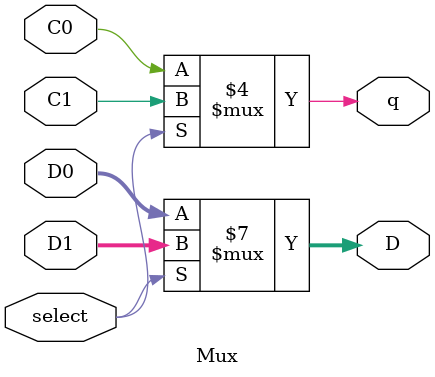
<source format=sv>
module carry_select_adder
(
    input   logic[15:0]     A,
    input   logic[15:0]     B,
    output  logic[15:0]     Sum,
    output  logic           CO
);

    /* TODO
     *
     * Insert code here to implement a carry select.
     * Your code should be completly combinational (don't use always_ff or always_latch).
     * Feel free to create sub-modules or other files. */
     
	  logic c0, c1, c2, c3, c4, c5, c6;
	  logic [15:0] x1,x2;

	  four_bit_ra ra0 (.x(A[3:0]), .y(B[3:0]), .cin(0), .sum(Sum[3:0]), .cout(c0));
	  four_bit_ra ra1 (.x(A[7:4]), .y(B[7:4]), .cin(0), .sum(x1[7:4]), .cout(c2));
	  four_bit_ra ra2 (.x(A[7:4]), .y(B[7:4]), .cin(1), .sum(x2[7:4]), .cout(c2));
	  four_bit_ra ra3 (.x(A[11:8]), .y(B[11:8]), .cin(0), .sum(x1[11:8]), .cout(c4));
	  four_bit_ra ra4 (.x(A[11:8]), .y(B[11:8]), .cin(1), .sum(x2[11:8]), .cout(c4));
	  four_bit_ra ra5 (.x(A[15:12]), .y(B[15:12]), .cin(0), .sum(x1[15:12]), .cout(c5));
	  four_bit_ra ra6 (.x(A[15:12]), .y(B[15:12]), .cin(1), .sum(x2[15:12]), .cout(c6));
	 
	  
endmodule

// Mux module 
module Mux(
	input[3:0] D0,
	input[3:0] D1, 
	input C0,
	input C1, 
	input select, 
	output logic [3:0] D,
	output logic q
	);
	
	always_comb 
		begin
			if(select == 0) begin
				D = D0;
				q = C0;
			end 
			else begin
				D = D1;
				q=C1;
			end
		end
		
	endmodule 
</source>
